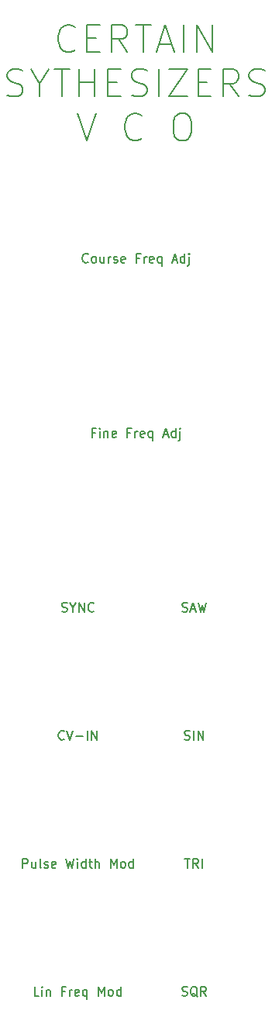
<source format=gbr>
%TF.GenerationSoftware,KiCad,Pcbnew,(6.0.5)*%
%TF.CreationDate,2023-05-17T00:43:50-04:00*%
%TF.ProjectId,vco front panel,76636f20-6672-46f6-9e74-2070616e656c,rev?*%
%TF.SameCoordinates,Original*%
%TF.FileFunction,Legend,Top*%
%TF.FilePolarity,Positive*%
%FSLAX46Y46*%
G04 Gerber Fmt 4.6, Leading zero omitted, Abs format (unit mm)*
G04 Created by KiCad (PCBNEW (6.0.5)) date 2023-05-17 00:43:50*
%MOMM*%
%LPD*%
G01*
G04 APERTURE LIST*
%ADD10C,0.150000*%
G04 APERTURE END LIST*
D10*
X77716190Y-127722380D02*
X78287619Y-127722380D01*
X78001904Y-128722380D02*
X78001904Y-127722380D01*
X79192380Y-128722380D02*
X78859047Y-128246190D01*
X78620952Y-128722380D02*
X78620952Y-127722380D01*
X79001904Y-127722380D01*
X79097142Y-127770000D01*
X79144761Y-127817619D01*
X79192380Y-127912857D01*
X79192380Y-128055714D01*
X79144761Y-128150952D01*
X79097142Y-128198571D01*
X79001904Y-128246190D01*
X78620952Y-128246190D01*
X79620952Y-128722380D02*
X79620952Y-127722380D01*
X59992380Y-128722380D02*
X59992380Y-127722380D01*
X60373333Y-127722380D01*
X60468571Y-127770000D01*
X60516190Y-127817619D01*
X60563809Y-127912857D01*
X60563809Y-128055714D01*
X60516190Y-128150952D01*
X60468571Y-128198571D01*
X60373333Y-128246190D01*
X59992380Y-128246190D01*
X61420952Y-128055714D02*
X61420952Y-128722380D01*
X60992380Y-128055714D02*
X60992380Y-128579523D01*
X61040000Y-128674761D01*
X61135238Y-128722380D01*
X61278095Y-128722380D01*
X61373333Y-128674761D01*
X61420952Y-128627142D01*
X62040000Y-128722380D02*
X61944761Y-128674761D01*
X61897142Y-128579523D01*
X61897142Y-127722380D01*
X62373333Y-128674761D02*
X62468571Y-128722380D01*
X62659047Y-128722380D01*
X62754285Y-128674761D01*
X62801904Y-128579523D01*
X62801904Y-128531904D01*
X62754285Y-128436666D01*
X62659047Y-128389047D01*
X62516190Y-128389047D01*
X62420952Y-128341428D01*
X62373333Y-128246190D01*
X62373333Y-128198571D01*
X62420952Y-128103333D01*
X62516190Y-128055714D01*
X62659047Y-128055714D01*
X62754285Y-128103333D01*
X63611428Y-128674761D02*
X63516190Y-128722380D01*
X63325714Y-128722380D01*
X63230476Y-128674761D01*
X63182857Y-128579523D01*
X63182857Y-128198571D01*
X63230476Y-128103333D01*
X63325714Y-128055714D01*
X63516190Y-128055714D01*
X63611428Y-128103333D01*
X63659047Y-128198571D01*
X63659047Y-128293809D01*
X63182857Y-128389047D01*
X64754285Y-127722380D02*
X64992380Y-128722380D01*
X65182857Y-128008095D01*
X65373333Y-128722380D01*
X65611428Y-127722380D01*
X65992380Y-128722380D02*
X65992380Y-128055714D01*
X65992380Y-127722380D02*
X65944761Y-127770000D01*
X65992380Y-127817619D01*
X66040000Y-127770000D01*
X65992380Y-127722380D01*
X65992380Y-127817619D01*
X66897142Y-128722380D02*
X66897142Y-127722380D01*
X66897142Y-128674761D02*
X66801904Y-128722380D01*
X66611428Y-128722380D01*
X66516190Y-128674761D01*
X66468571Y-128627142D01*
X66420952Y-128531904D01*
X66420952Y-128246190D01*
X66468571Y-128150952D01*
X66516190Y-128103333D01*
X66611428Y-128055714D01*
X66801904Y-128055714D01*
X66897142Y-128103333D01*
X67230476Y-128055714D02*
X67611428Y-128055714D01*
X67373333Y-127722380D02*
X67373333Y-128579523D01*
X67420952Y-128674761D01*
X67516190Y-128722380D01*
X67611428Y-128722380D01*
X67944761Y-128722380D02*
X67944761Y-127722380D01*
X68373333Y-128722380D02*
X68373333Y-128198571D01*
X68325714Y-128103333D01*
X68230476Y-128055714D01*
X68087619Y-128055714D01*
X67992380Y-128103333D01*
X67944761Y-128150952D01*
X69611428Y-128722380D02*
X69611428Y-127722380D01*
X69944761Y-128436666D01*
X70278095Y-127722380D01*
X70278095Y-128722380D01*
X70897142Y-128722380D02*
X70801904Y-128674761D01*
X70754285Y-128627142D01*
X70706666Y-128531904D01*
X70706666Y-128246190D01*
X70754285Y-128150952D01*
X70801904Y-128103333D01*
X70897142Y-128055714D01*
X71040000Y-128055714D01*
X71135238Y-128103333D01*
X71182857Y-128150952D01*
X71230476Y-128246190D01*
X71230476Y-128531904D01*
X71182857Y-128627142D01*
X71135238Y-128674761D01*
X71040000Y-128722380D01*
X70897142Y-128722380D01*
X72087619Y-128722380D02*
X72087619Y-127722380D01*
X72087619Y-128674761D02*
X71992380Y-128722380D01*
X71801904Y-128722380D01*
X71706666Y-128674761D01*
X71659047Y-128627142D01*
X71611428Y-128531904D01*
X71611428Y-128246190D01*
X71659047Y-128150952D01*
X71706666Y-128103333D01*
X71801904Y-128055714D01*
X71992380Y-128055714D01*
X72087619Y-128103333D01*
X65747142Y-39421428D02*
X65604285Y-39564285D01*
X65175714Y-39707142D01*
X64890000Y-39707142D01*
X64461428Y-39564285D01*
X64175714Y-39278571D01*
X64032857Y-38992857D01*
X63890000Y-38421428D01*
X63890000Y-37992857D01*
X64032857Y-37421428D01*
X64175714Y-37135714D01*
X64461428Y-36850000D01*
X64890000Y-36707142D01*
X65175714Y-36707142D01*
X65604285Y-36850000D01*
X65747142Y-36992857D01*
X67032857Y-38135714D02*
X68032857Y-38135714D01*
X68461428Y-39707142D02*
X67032857Y-39707142D01*
X67032857Y-36707142D01*
X68461428Y-36707142D01*
X71461428Y-39707142D02*
X70461428Y-38278571D01*
X69747142Y-39707142D02*
X69747142Y-36707142D01*
X70890000Y-36707142D01*
X71175714Y-36850000D01*
X71318571Y-36992857D01*
X71461428Y-37278571D01*
X71461428Y-37707142D01*
X71318571Y-37992857D01*
X71175714Y-38135714D01*
X70890000Y-38278571D01*
X69747142Y-38278571D01*
X72318571Y-36707142D02*
X74032857Y-36707142D01*
X73175714Y-39707142D02*
X73175714Y-36707142D01*
X74890000Y-38850000D02*
X76318571Y-38850000D01*
X74604285Y-39707142D02*
X75604285Y-36707142D01*
X76604285Y-39707142D01*
X77604285Y-39707142D02*
X77604285Y-36707142D01*
X79032857Y-39707142D02*
X79032857Y-36707142D01*
X80747142Y-39707142D01*
X80747142Y-36707142D01*
X58318571Y-44394285D02*
X58747142Y-44537142D01*
X59461428Y-44537142D01*
X59747142Y-44394285D01*
X59890000Y-44251428D01*
X60032857Y-43965714D01*
X60032857Y-43680000D01*
X59890000Y-43394285D01*
X59747142Y-43251428D01*
X59461428Y-43108571D01*
X58890000Y-42965714D01*
X58604285Y-42822857D01*
X58461428Y-42680000D01*
X58318571Y-42394285D01*
X58318571Y-42108571D01*
X58461428Y-41822857D01*
X58604285Y-41680000D01*
X58890000Y-41537142D01*
X59604285Y-41537142D01*
X60032857Y-41680000D01*
X61890000Y-43108571D02*
X61890000Y-44537142D01*
X60890000Y-41537142D02*
X61890000Y-43108571D01*
X62890000Y-41537142D01*
X63461428Y-41537142D02*
X65175714Y-41537142D01*
X64318571Y-44537142D02*
X64318571Y-41537142D01*
X66175714Y-44537142D02*
X66175714Y-41537142D01*
X66175714Y-42965714D02*
X67890000Y-42965714D01*
X67890000Y-44537142D02*
X67890000Y-41537142D01*
X69318571Y-42965714D02*
X70318571Y-42965714D01*
X70747142Y-44537142D02*
X69318571Y-44537142D01*
X69318571Y-41537142D01*
X70747142Y-41537142D01*
X71890000Y-44394285D02*
X72318571Y-44537142D01*
X73032857Y-44537142D01*
X73318571Y-44394285D01*
X73461428Y-44251428D01*
X73604285Y-43965714D01*
X73604285Y-43680000D01*
X73461428Y-43394285D01*
X73318571Y-43251428D01*
X73032857Y-43108571D01*
X72461428Y-42965714D01*
X72175714Y-42822857D01*
X72032857Y-42680000D01*
X71890000Y-42394285D01*
X71890000Y-42108571D01*
X72032857Y-41822857D01*
X72175714Y-41680000D01*
X72461428Y-41537142D01*
X73175714Y-41537142D01*
X73604285Y-41680000D01*
X74890000Y-44537142D02*
X74890000Y-41537142D01*
X76032857Y-41537142D02*
X78032857Y-41537142D01*
X76032857Y-44537142D01*
X78032857Y-44537142D01*
X79175714Y-42965714D02*
X80175714Y-42965714D01*
X80604285Y-44537142D02*
X79175714Y-44537142D01*
X79175714Y-41537142D01*
X80604285Y-41537142D01*
X83604285Y-44537142D02*
X82604285Y-43108571D01*
X81890000Y-44537142D02*
X81890000Y-41537142D01*
X83032857Y-41537142D01*
X83318571Y-41680000D01*
X83461428Y-41822857D01*
X83604285Y-42108571D01*
X83604285Y-42537142D01*
X83461428Y-42822857D01*
X83318571Y-42965714D01*
X83032857Y-43108571D01*
X81890000Y-43108571D01*
X84747142Y-44394285D02*
X85175714Y-44537142D01*
X85890000Y-44537142D01*
X86175714Y-44394285D01*
X86318571Y-44251428D01*
X86461428Y-43965714D01*
X86461428Y-43680000D01*
X86318571Y-43394285D01*
X86175714Y-43251428D01*
X85890000Y-43108571D01*
X85318571Y-42965714D01*
X85032857Y-42822857D01*
X84890000Y-42680000D01*
X84747142Y-42394285D01*
X84747142Y-42108571D01*
X84890000Y-41822857D01*
X85032857Y-41680000D01*
X85318571Y-41537142D01*
X86032857Y-41537142D01*
X86461428Y-41680000D01*
X66032857Y-46367142D02*
X67032857Y-49367142D01*
X68032857Y-46367142D01*
X73032857Y-49081428D02*
X72890000Y-49224285D01*
X72461428Y-49367142D01*
X72175714Y-49367142D01*
X71747142Y-49224285D01*
X71461428Y-48938571D01*
X71318571Y-48652857D01*
X71175714Y-48081428D01*
X71175714Y-47652857D01*
X71318571Y-47081428D01*
X71461428Y-46795714D01*
X71747142Y-46510000D01*
X72175714Y-46367142D01*
X72461428Y-46367142D01*
X72890000Y-46510000D01*
X73032857Y-46652857D01*
X77175714Y-46367142D02*
X77747142Y-46367142D01*
X78032857Y-46510000D01*
X78318571Y-46795714D01*
X78461428Y-47367142D01*
X78461428Y-48367142D01*
X78318571Y-48938571D01*
X78032857Y-49224285D01*
X77747142Y-49367142D01*
X77175714Y-49367142D01*
X76890000Y-49224285D01*
X76604285Y-48938571D01*
X76461428Y-48367142D01*
X76461428Y-47367142D01*
X76604285Y-46795714D01*
X76890000Y-46510000D01*
X77175714Y-46367142D01*
X77454285Y-100734761D02*
X77597142Y-100782380D01*
X77835238Y-100782380D01*
X77930476Y-100734761D01*
X77978095Y-100687142D01*
X78025714Y-100591904D01*
X78025714Y-100496666D01*
X77978095Y-100401428D01*
X77930476Y-100353809D01*
X77835238Y-100306190D01*
X77644761Y-100258571D01*
X77549523Y-100210952D01*
X77501904Y-100163333D01*
X77454285Y-100068095D01*
X77454285Y-99972857D01*
X77501904Y-99877619D01*
X77549523Y-99830000D01*
X77644761Y-99782380D01*
X77882857Y-99782380D01*
X78025714Y-99830000D01*
X78406666Y-100496666D02*
X78882857Y-100496666D01*
X78311428Y-100782380D02*
X78644761Y-99782380D01*
X78978095Y-100782380D01*
X79216190Y-99782380D02*
X79454285Y-100782380D01*
X79644761Y-100068095D01*
X79835238Y-100782380D01*
X80073333Y-99782380D01*
X64301904Y-100734761D02*
X64444761Y-100782380D01*
X64682857Y-100782380D01*
X64778095Y-100734761D01*
X64825714Y-100687142D01*
X64873333Y-100591904D01*
X64873333Y-100496666D01*
X64825714Y-100401428D01*
X64778095Y-100353809D01*
X64682857Y-100306190D01*
X64492380Y-100258571D01*
X64397142Y-100210952D01*
X64349523Y-100163333D01*
X64301904Y-100068095D01*
X64301904Y-99972857D01*
X64349523Y-99877619D01*
X64397142Y-99830000D01*
X64492380Y-99782380D01*
X64730476Y-99782380D01*
X64873333Y-99830000D01*
X65492380Y-100306190D02*
X65492380Y-100782380D01*
X65159047Y-99782380D02*
X65492380Y-100306190D01*
X65825714Y-99782380D01*
X66159047Y-100782380D02*
X66159047Y-99782380D01*
X66730476Y-100782380D01*
X66730476Y-99782380D01*
X67778095Y-100687142D02*
X67730476Y-100734761D01*
X67587619Y-100782380D01*
X67492380Y-100782380D01*
X67349523Y-100734761D01*
X67254285Y-100639523D01*
X67206666Y-100544285D01*
X67159047Y-100353809D01*
X67159047Y-100210952D01*
X67206666Y-100020476D01*
X67254285Y-99925238D01*
X67349523Y-99830000D01*
X67492380Y-99782380D01*
X67587619Y-99782380D01*
X67730476Y-99830000D01*
X67778095Y-99877619D01*
X67913809Y-81208571D02*
X67580476Y-81208571D01*
X67580476Y-81732380D02*
X67580476Y-80732380D01*
X68056666Y-80732380D01*
X68437619Y-81732380D02*
X68437619Y-81065714D01*
X68437619Y-80732380D02*
X68390000Y-80780000D01*
X68437619Y-80827619D01*
X68485238Y-80780000D01*
X68437619Y-80732380D01*
X68437619Y-80827619D01*
X68913809Y-81065714D02*
X68913809Y-81732380D01*
X68913809Y-81160952D02*
X68961428Y-81113333D01*
X69056666Y-81065714D01*
X69199523Y-81065714D01*
X69294761Y-81113333D01*
X69342380Y-81208571D01*
X69342380Y-81732380D01*
X70199523Y-81684761D02*
X70104285Y-81732380D01*
X69913809Y-81732380D01*
X69818571Y-81684761D01*
X69770952Y-81589523D01*
X69770952Y-81208571D01*
X69818571Y-81113333D01*
X69913809Y-81065714D01*
X70104285Y-81065714D01*
X70199523Y-81113333D01*
X70247142Y-81208571D01*
X70247142Y-81303809D01*
X69770952Y-81399047D01*
X71770952Y-81208571D02*
X71437619Y-81208571D01*
X71437619Y-81732380D02*
X71437619Y-80732380D01*
X71913809Y-80732380D01*
X72294761Y-81732380D02*
X72294761Y-81065714D01*
X72294761Y-81256190D02*
X72342380Y-81160952D01*
X72390000Y-81113333D01*
X72485238Y-81065714D01*
X72580476Y-81065714D01*
X73294761Y-81684761D02*
X73199523Y-81732380D01*
X73009047Y-81732380D01*
X72913809Y-81684761D01*
X72866190Y-81589523D01*
X72866190Y-81208571D01*
X72913809Y-81113333D01*
X73009047Y-81065714D01*
X73199523Y-81065714D01*
X73294761Y-81113333D01*
X73342380Y-81208571D01*
X73342380Y-81303809D01*
X72866190Y-81399047D01*
X74199523Y-81065714D02*
X74199523Y-82065714D01*
X74199523Y-81684761D02*
X74104285Y-81732380D01*
X73913809Y-81732380D01*
X73818571Y-81684761D01*
X73770952Y-81637142D01*
X73723333Y-81541904D01*
X73723333Y-81256190D01*
X73770952Y-81160952D01*
X73818571Y-81113333D01*
X73913809Y-81065714D01*
X74104285Y-81065714D01*
X74199523Y-81113333D01*
X75390000Y-81446666D02*
X75866190Y-81446666D01*
X75294761Y-81732380D02*
X75628095Y-80732380D01*
X75961428Y-81732380D01*
X76723333Y-81732380D02*
X76723333Y-80732380D01*
X76723333Y-81684761D02*
X76628095Y-81732380D01*
X76437619Y-81732380D01*
X76342380Y-81684761D01*
X76294761Y-81637142D01*
X76247142Y-81541904D01*
X76247142Y-81256190D01*
X76294761Y-81160952D01*
X76342380Y-81113333D01*
X76437619Y-81065714D01*
X76628095Y-81065714D01*
X76723333Y-81113333D01*
X77199523Y-81065714D02*
X77199523Y-81922857D01*
X77151904Y-82018095D01*
X77056666Y-82065714D01*
X77009047Y-82065714D01*
X77199523Y-80732380D02*
X77151904Y-80780000D01*
X77199523Y-80827619D01*
X77247142Y-80780000D01*
X77199523Y-80732380D01*
X77199523Y-80827619D01*
X64540000Y-114657142D02*
X64492380Y-114704761D01*
X64349523Y-114752380D01*
X64254285Y-114752380D01*
X64111428Y-114704761D01*
X64016190Y-114609523D01*
X63968571Y-114514285D01*
X63920952Y-114323809D01*
X63920952Y-114180952D01*
X63968571Y-113990476D01*
X64016190Y-113895238D01*
X64111428Y-113800000D01*
X64254285Y-113752380D01*
X64349523Y-113752380D01*
X64492380Y-113800000D01*
X64540000Y-113847619D01*
X64825714Y-113752380D02*
X65159047Y-114752380D01*
X65492380Y-113752380D01*
X65825714Y-114371428D02*
X66587619Y-114371428D01*
X67063809Y-114752380D02*
X67063809Y-113752380D01*
X67540000Y-114752380D02*
X67540000Y-113752380D01*
X68111428Y-114752380D01*
X68111428Y-113752380D01*
X77430476Y-142644761D02*
X77573333Y-142692380D01*
X77811428Y-142692380D01*
X77906666Y-142644761D01*
X77954285Y-142597142D01*
X78001904Y-142501904D01*
X78001904Y-142406666D01*
X77954285Y-142311428D01*
X77906666Y-142263809D01*
X77811428Y-142216190D01*
X77620952Y-142168571D01*
X77525714Y-142120952D01*
X77478095Y-142073333D01*
X77430476Y-141978095D01*
X77430476Y-141882857D01*
X77478095Y-141787619D01*
X77525714Y-141740000D01*
X77620952Y-141692380D01*
X77859047Y-141692380D01*
X78001904Y-141740000D01*
X79097142Y-142787619D02*
X79001904Y-142740000D01*
X78906666Y-142644761D01*
X78763809Y-142501904D01*
X78668571Y-142454285D01*
X78573333Y-142454285D01*
X78620952Y-142692380D02*
X78525714Y-142644761D01*
X78430476Y-142549523D01*
X78382857Y-142359047D01*
X78382857Y-142025714D01*
X78430476Y-141835238D01*
X78525714Y-141740000D01*
X78620952Y-141692380D01*
X78811428Y-141692380D01*
X78906666Y-141740000D01*
X79001904Y-141835238D01*
X79049523Y-142025714D01*
X79049523Y-142359047D01*
X79001904Y-142549523D01*
X78906666Y-142644761D01*
X78811428Y-142692380D01*
X78620952Y-142692380D01*
X80049523Y-142692380D02*
X79716190Y-142216190D01*
X79478095Y-142692380D02*
X79478095Y-141692380D01*
X79859047Y-141692380D01*
X79954285Y-141740000D01*
X80001904Y-141787619D01*
X80049523Y-141882857D01*
X80049523Y-142025714D01*
X80001904Y-142120952D01*
X79954285Y-142168571D01*
X79859047Y-142216190D01*
X79478095Y-142216190D01*
X61801904Y-142692380D02*
X61325714Y-142692380D01*
X61325714Y-141692380D01*
X62135238Y-142692380D02*
X62135238Y-142025714D01*
X62135238Y-141692380D02*
X62087619Y-141740000D01*
X62135238Y-141787619D01*
X62182857Y-141740000D01*
X62135238Y-141692380D01*
X62135238Y-141787619D01*
X62611428Y-142025714D02*
X62611428Y-142692380D01*
X62611428Y-142120952D02*
X62659047Y-142073333D01*
X62754285Y-142025714D01*
X62897142Y-142025714D01*
X62992380Y-142073333D01*
X63040000Y-142168571D01*
X63040000Y-142692380D01*
X64611428Y-142168571D02*
X64278095Y-142168571D01*
X64278095Y-142692380D02*
X64278095Y-141692380D01*
X64754285Y-141692380D01*
X65135238Y-142692380D02*
X65135238Y-142025714D01*
X65135238Y-142216190D02*
X65182857Y-142120952D01*
X65230476Y-142073333D01*
X65325714Y-142025714D01*
X65420952Y-142025714D01*
X66135238Y-142644761D02*
X66040000Y-142692380D01*
X65849523Y-142692380D01*
X65754285Y-142644761D01*
X65706666Y-142549523D01*
X65706666Y-142168571D01*
X65754285Y-142073333D01*
X65849523Y-142025714D01*
X66040000Y-142025714D01*
X66135238Y-142073333D01*
X66182857Y-142168571D01*
X66182857Y-142263809D01*
X65706666Y-142359047D01*
X67040000Y-142025714D02*
X67040000Y-143025714D01*
X67040000Y-142644761D02*
X66944761Y-142692380D01*
X66754285Y-142692380D01*
X66659047Y-142644761D01*
X66611428Y-142597142D01*
X66563809Y-142501904D01*
X66563809Y-142216190D01*
X66611428Y-142120952D01*
X66659047Y-142073333D01*
X66754285Y-142025714D01*
X66944761Y-142025714D01*
X67040000Y-142073333D01*
X68278095Y-142692380D02*
X68278095Y-141692380D01*
X68611428Y-142406666D01*
X68944761Y-141692380D01*
X68944761Y-142692380D01*
X69563809Y-142692380D02*
X69468571Y-142644761D01*
X69420952Y-142597142D01*
X69373333Y-142501904D01*
X69373333Y-142216190D01*
X69420952Y-142120952D01*
X69468571Y-142073333D01*
X69563809Y-142025714D01*
X69706666Y-142025714D01*
X69801904Y-142073333D01*
X69849523Y-142120952D01*
X69897142Y-142216190D01*
X69897142Y-142501904D01*
X69849523Y-142597142D01*
X69801904Y-142644761D01*
X69706666Y-142692380D01*
X69563809Y-142692380D01*
X70754285Y-142692380D02*
X70754285Y-141692380D01*
X70754285Y-142644761D02*
X70659047Y-142692380D01*
X70468571Y-142692380D01*
X70373333Y-142644761D01*
X70325714Y-142597142D01*
X70278095Y-142501904D01*
X70278095Y-142216190D01*
X70325714Y-142120952D01*
X70373333Y-142073333D01*
X70468571Y-142025714D01*
X70659047Y-142025714D01*
X70754285Y-142073333D01*
X67151904Y-62587142D02*
X67104285Y-62634761D01*
X66961428Y-62682380D01*
X66866190Y-62682380D01*
X66723333Y-62634761D01*
X66628095Y-62539523D01*
X66580476Y-62444285D01*
X66532857Y-62253809D01*
X66532857Y-62110952D01*
X66580476Y-61920476D01*
X66628095Y-61825238D01*
X66723333Y-61730000D01*
X66866190Y-61682380D01*
X66961428Y-61682380D01*
X67104285Y-61730000D01*
X67151904Y-61777619D01*
X67723333Y-62682380D02*
X67628095Y-62634761D01*
X67580476Y-62587142D01*
X67532857Y-62491904D01*
X67532857Y-62206190D01*
X67580476Y-62110952D01*
X67628095Y-62063333D01*
X67723333Y-62015714D01*
X67866190Y-62015714D01*
X67961428Y-62063333D01*
X68009047Y-62110952D01*
X68056666Y-62206190D01*
X68056666Y-62491904D01*
X68009047Y-62587142D01*
X67961428Y-62634761D01*
X67866190Y-62682380D01*
X67723333Y-62682380D01*
X68913809Y-62015714D02*
X68913809Y-62682380D01*
X68485238Y-62015714D02*
X68485238Y-62539523D01*
X68532857Y-62634761D01*
X68628095Y-62682380D01*
X68770952Y-62682380D01*
X68866190Y-62634761D01*
X68913809Y-62587142D01*
X69390000Y-62682380D02*
X69390000Y-62015714D01*
X69390000Y-62206190D02*
X69437619Y-62110952D01*
X69485238Y-62063333D01*
X69580476Y-62015714D01*
X69675714Y-62015714D01*
X69961428Y-62634761D02*
X70056666Y-62682380D01*
X70247142Y-62682380D01*
X70342380Y-62634761D01*
X70390000Y-62539523D01*
X70390000Y-62491904D01*
X70342380Y-62396666D01*
X70247142Y-62349047D01*
X70104285Y-62349047D01*
X70009047Y-62301428D01*
X69961428Y-62206190D01*
X69961428Y-62158571D01*
X70009047Y-62063333D01*
X70104285Y-62015714D01*
X70247142Y-62015714D01*
X70342380Y-62063333D01*
X71199523Y-62634761D02*
X71104285Y-62682380D01*
X70913809Y-62682380D01*
X70818571Y-62634761D01*
X70770952Y-62539523D01*
X70770952Y-62158571D01*
X70818571Y-62063333D01*
X70913809Y-62015714D01*
X71104285Y-62015714D01*
X71199523Y-62063333D01*
X71247142Y-62158571D01*
X71247142Y-62253809D01*
X70770952Y-62349047D01*
X72770952Y-62158571D02*
X72437619Y-62158571D01*
X72437619Y-62682380D02*
X72437619Y-61682380D01*
X72913809Y-61682380D01*
X73294761Y-62682380D02*
X73294761Y-62015714D01*
X73294761Y-62206190D02*
X73342380Y-62110952D01*
X73390000Y-62063333D01*
X73485238Y-62015714D01*
X73580476Y-62015714D01*
X74294761Y-62634761D02*
X74199523Y-62682380D01*
X74009047Y-62682380D01*
X73913809Y-62634761D01*
X73866190Y-62539523D01*
X73866190Y-62158571D01*
X73913809Y-62063333D01*
X74009047Y-62015714D01*
X74199523Y-62015714D01*
X74294761Y-62063333D01*
X74342380Y-62158571D01*
X74342380Y-62253809D01*
X73866190Y-62349047D01*
X75199523Y-62015714D02*
X75199523Y-63015714D01*
X75199523Y-62634761D02*
X75104285Y-62682380D01*
X74913809Y-62682380D01*
X74818571Y-62634761D01*
X74770952Y-62587142D01*
X74723333Y-62491904D01*
X74723333Y-62206190D01*
X74770952Y-62110952D01*
X74818571Y-62063333D01*
X74913809Y-62015714D01*
X75104285Y-62015714D01*
X75199523Y-62063333D01*
X76390000Y-62396666D02*
X76866190Y-62396666D01*
X76294761Y-62682380D02*
X76628095Y-61682380D01*
X76961428Y-62682380D01*
X77723333Y-62682380D02*
X77723333Y-61682380D01*
X77723333Y-62634761D02*
X77628095Y-62682380D01*
X77437619Y-62682380D01*
X77342380Y-62634761D01*
X77294761Y-62587142D01*
X77247142Y-62491904D01*
X77247142Y-62206190D01*
X77294761Y-62110952D01*
X77342380Y-62063333D01*
X77437619Y-62015714D01*
X77628095Y-62015714D01*
X77723333Y-62063333D01*
X78199523Y-62015714D02*
X78199523Y-62872857D01*
X78151904Y-62968095D01*
X78056666Y-63015714D01*
X78009047Y-63015714D01*
X78199523Y-61682380D02*
X78151904Y-61730000D01*
X78199523Y-61777619D01*
X78247142Y-61730000D01*
X78199523Y-61682380D01*
X78199523Y-61777619D01*
X77692380Y-114704761D02*
X77835238Y-114752380D01*
X78073333Y-114752380D01*
X78168571Y-114704761D01*
X78216190Y-114657142D01*
X78263809Y-114561904D01*
X78263809Y-114466666D01*
X78216190Y-114371428D01*
X78168571Y-114323809D01*
X78073333Y-114276190D01*
X77882857Y-114228571D01*
X77787619Y-114180952D01*
X77740000Y-114133333D01*
X77692380Y-114038095D01*
X77692380Y-113942857D01*
X77740000Y-113847619D01*
X77787619Y-113800000D01*
X77882857Y-113752380D01*
X78120952Y-113752380D01*
X78263809Y-113800000D01*
X78692380Y-114752380D02*
X78692380Y-113752380D01*
X79168571Y-114752380D02*
X79168571Y-113752380D01*
X79740000Y-114752380D01*
X79740000Y-113752380D01*
M02*

</source>
